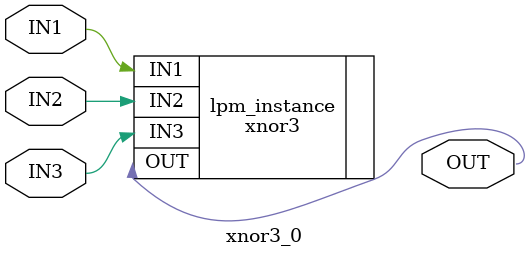
<source format=v>



module xnor3_0(IN3,IN2,IN1,OUT);
input IN3;
input IN2;
input IN1;
output OUT;

xnor3	lpm_instance(.IN3(IN3),.IN2(IN2),.IN1(IN1),.OUT(OUT));

endmodule

</source>
